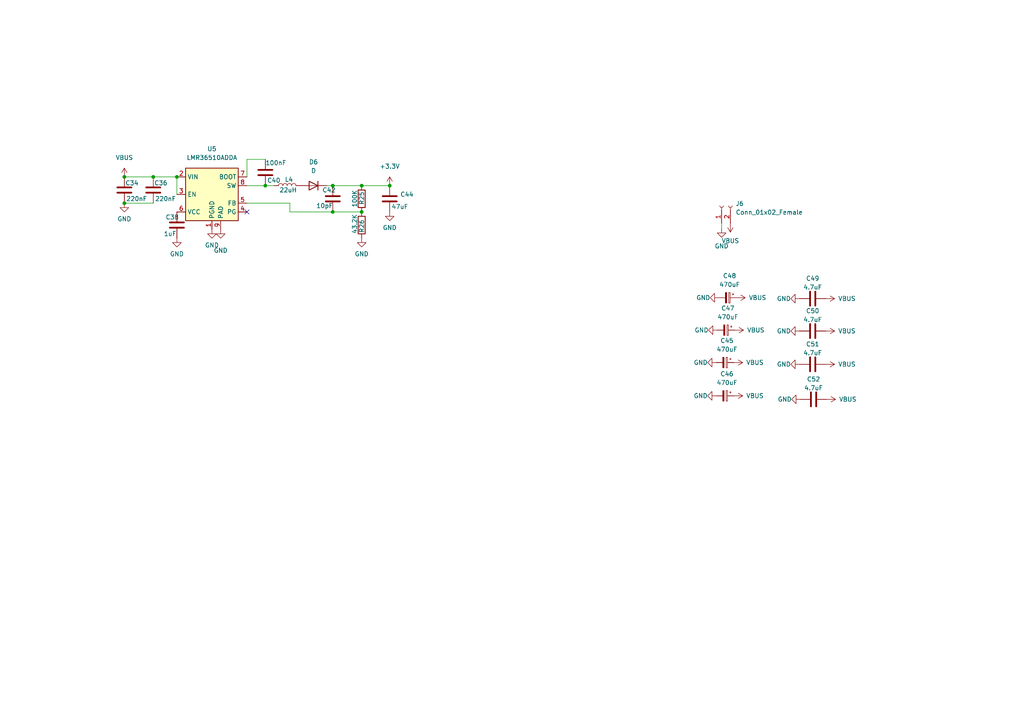
<source format=kicad_sch>
(kicad_sch (version 20211123) (generator eeschema)
  (paper "A4")
  (lib_symbols
    (symbol "Connector:Conn_01x02_Female" (pin_names (offset 1.016) hide)
      (property "Reference" "J" (at 0 2.54 0))
      (property "Value" "Conn_01x02_Female" (at 0 -5.08 0))
      (symbol "Conn_01x02_Female_1_1"
        (arc (start 0 -2.032) (mid -0.508 -2.54) (end 0 -3.048) (stroke (width 0.1524)))
        (polyline (pts (xy -1.27 -2.54) (xy -0.508 -2.54)) (stroke (width 0.1524)))
        (polyline (pts (xy -1.27 0) (xy -0.508 0)) (stroke (width 0.1524)))
        (arc (start 0 0.508) (mid -0.508 0) (end 0 -0.508) (stroke (width 0.1524)))
        (pin passive line (at -5.08 0 0) (length 3.81) (name "Pin_1") (number "1"))
        (pin passive line (at -5.08 -2.54 0) (length 3.81) (name "Pin_2") (number "2"))
      )
    )
    (symbol "Device:C" (pin_numbers hide) (pin_names (offset 0.254))
      (property "Reference" "C" (at 0.635 2.54 0))
      (property "Value" "C" (at 0.635 -2.54 0))
      (symbol "C_0_1"
        (polyline (pts (xy -2.032 -0.762) (xy 2.032 -0.762)) (stroke (width 0.508)))
        (polyline (pts (xy -2.032 0.762) (xy 2.032 0.762)) (stroke (width 0.508)))
      )
      (symbol "C_1_1"
        (pin passive line (at 0 3.81 270) (length 2.794) (name "~") (number "1"))
        (pin passive line (at 0 -3.81 90) (length 2.794) (name "~") (number "2"))
      )
    )
    (symbol "Device:C_Polarized_Small" (pin_numbers hide) (pin_names (offset 0.254) hide)
      (property "Reference" "C" (at 0.254 1.778 0))
      (property "Value" "C_Polarized_Small" (at 0.254 -2.032 0))
      (symbol "C_Polarized_Small_0_1"
        (rectangle (start -1.524 -0.3048) (end 1.524 -0.6858) (fill (type outline)))
        (rectangle (start -1.524 0.6858) (end 1.524 0.3048))
        (polyline (pts (xy -1.27 1.524) (xy -0.762 1.524)))
        (polyline (pts (xy -1.016 1.27) (xy -1.016 1.778)))
      )
      (symbol "C_Polarized_Small_1_1"
        (pin passive line (at 0 2.54 270) (length 1.8542) (name "~") (number "1"))
        (pin passive line (at 0 -2.54 90) (length 1.8542) (name "~") (number "2"))
      )
    )
    (symbol "Device:D" (pin_numbers hide) (pin_names (offset 1.016) hide)
      (property "Reference" "D" (at 0 2.54 0))
      (property "Value" "D" (at 0 -2.54 0))
      (symbol "D_0_1"
        (polyline (pts (xy -1.27 1.27) (xy -1.27 -1.27)) (stroke (width 0.254)))
        (polyline (pts (xy 1.27 0) (xy -1.27 0)))
        (polyline (pts (xy 1.27 1.27) (xy 1.27 -1.27) (xy -1.27 0) (xy 1.27 1.27)) (stroke (width 0.254)))
      )
      (symbol "D_1_1"
        (pin passive line (at -3.81 0 0) (length 2.54) (name "K") (number "1"))
        (pin passive line (at 3.81 0 180) (length 2.54) (name "A") (number "2"))
      )
    )
    (symbol "Device:L" (pin_numbers hide) (pin_names (offset 1.016) hide)
      (property "Reference" "L" (at -1.27 0 90))
      (property "Value" "L" (at 1.905 0 90))
      (symbol "L_0_1"
        (arc (start 0 -2.54) (mid 0.635 -1.905) (end 0 -1.27))
        (arc (start 0 -1.27) (mid 0.635 -0.635) (end 0 0))
        (arc (start 0 0) (mid 0.635 0.635) (end 0 1.27))
        (arc (start 0 1.27) (mid 0.635 1.905) (end 0 2.54))
      )
      (symbol "L_1_1"
        (pin passive line (at 0 3.81 270) (length 1.27) (name "1") (number "1"))
        (pin passive line (at 0 -3.81 90) (length 1.27) (name "2") (number "2"))
      )
    )
    (symbol "Device:R" (pin_numbers hide) (pin_names (offset 0))
      (property "Reference" "R" (at 2.032 0 90))
      (property "Value" "R" (at 0 0 90))
      (symbol "R_0_1"
        (rectangle (start -1.016 -2.54) (end 1.016 2.54) (stroke (width 0.254)))
      )
      (symbol "R_1_1"
        (pin passive line (at 0 3.81 270) (length 1.27) (name "~") (number "1"))
        (pin passive line (at 0 -3.81 90) (length 1.27) (name "~") (number "2"))
      )
    )
    (symbol "Regulator_Switching:LMR36510ADDA"
      (property "Reference" "U" (at 0 11.43 0))
      (property "Value" "LMR36510ADDA" (at 0 8.89 0))
      (symbol "LMR36510ADDA_0_1"
        (rectangle (start -7.62 7.62) (end 7.62 -7.62) (stroke (width 0.254)) (fill (type background)))
      )
      (symbol "LMR36510ADDA_1_1"
        (pin power_in line (at 0 -10.16 90) (length 2.54) (name "PGND") (number "1"))
        (pin power_in line (at -10.16 5.08 0) (length 2.54) (name "VIN") (number "2"))
        (pin input line (at -10.16 0 0) (length 2.54) (name "EN") (number "3"))
        (pin open_collector line (at 10.16 -5.08 180) (length 2.54) (name "PG") (number "4"))
        (pin input line (at 10.16 -2.54 180) (length 2.54) (name "FB") (number "5"))
        (pin power_out line (at -10.16 -5.08 0) (length 2.54) (name "VCC") (number "6"))
        (pin input line (at 10.16 5.08 180) (length 2.54) (name "BOOT") (number "7"))
        (pin output line (at 10.16 2.54 180) (length 2.54) (name "SW") (number "8"))
        (pin power_in line (at 2.54 -10.16 90) (length 2.54) (name "PAD") (number "9"))
      )
    )
    (symbol "power:+3.3V" (power) (pin_names (offset 0))
      (property "Value" "+3.3V" (at 0 3.556 0))
      (symbol "+3.3V_0_1"
        (polyline (pts (xy -0.762 1.27) (xy 0 2.54)))
        (polyline (pts (xy 0 0) (xy 0 2.54)))
        (polyline (pts (xy 0 2.54) (xy 0.762 1.27)))
      )
      (symbol "+3.3V_1_1"
        (pin power_in line (at 0 0 90) (length 0) hide (name "+3.3V") (number "1"))
      )
    )
    (symbol "power:GND" (power) (pin_names (offset 0))
      (property "Value" "GND" (at 0 -3.81 0))
      (symbol "GND_0_1"
        (polyline (pts (xy 0 0) (xy 0 -1.27) (xy 1.27 -1.27) (xy 0 -2.54) (xy -1.27 -1.27) (xy 0 -1.27)))
      )
      (symbol "GND_1_1"
        (pin power_in line (at 0 0 270) (length 0) hide (name "GND") (number "1"))
      )
    )
    (symbol "power:VBUS" (power) (pin_names (offset 0))
      (property "Value" "VBUS" (at 0 3.81 0))
      (symbol "VBUS_0_1"
        (polyline (pts (xy -0.762 1.27) (xy 0 2.54)))
        (polyline (pts (xy 0 0) (xy 0 2.54)))
        (polyline (pts (xy 0 2.54) (xy 0.762 1.27)))
      )
      (symbol "VBUS_1_1"
        (pin power_in line (at 0 0 90) (length 0) hide (name "VBUS") (number "1"))
      )
    )
  )
  (junction (at 113.03 53.848))
  (junction (at 76.962 53.848))
  (junction (at 104.902 61.468))
  (junction (at 96.52 61.468))
  (junction (at 104.902 53.848))
  (junction (at 36.068 51.308))
  (junction (at 96.52 53.848))
  (junction (at 44.45 51.308))
  (junction (at 36.068 58.928))
  (junction (at 51.308 51.308))
  (no_connect (at 71.628 61.468))
  (wire (pts (xy 84.074 58.928) (xy 84.074 61.468)))
  (wire (pts (xy 96.52 61.468) (xy 104.902 61.468)))
  (wire (pts (xy 71.628 53.848) (xy 76.962 53.848)))
  (wire (pts (xy 209.296 64.77) (xy 209.296 66.294)))
  (wire (pts (xy 36.068 58.928) (xy 44.45 58.928)))
  (wire (pts (xy 51.308 51.308) (xy 51.308 56.388)))
  (wire (pts (xy 71.628 46.228) (xy 76.962 46.228)))
  (wire (pts (xy 104.902 53.848) (xy 113.03 53.848)))
  (wire (pts (xy 96.52 53.848) (xy 104.902 53.848)))
  (wire (pts (xy 36.068 51.308) (xy 44.45 51.308)))
  (wire (pts (xy 84.074 61.468) (xy 96.52 61.468)))
  (wire (pts (xy 51.308 51.308) (xy 44.45 51.308)))
  (wire (pts (xy 94.742 53.848) (xy 96.52 53.848)))
  (wire (pts (xy 71.628 51.308) (xy 71.628 46.228)))
  (wire (pts (xy 76.962 53.848) (xy 79.502 53.848)))
  (wire (pts (xy 71.628 58.928) (xy 84.074 58.928)))
  (symbol (lib_id "Device:C_Polarized_Small") (at 211.074 86.36 270) (unit 1)
    (property "Reference" "C48" (at 211.6201 80.01 90))
    (property "Value" "470uF" (at 211.6201 82.55 90))
    (property "Footprint" "Capacitor_SMD:CP_Elec_10x10" (effects hide))
  )
  (symbol (lib_id "power:GND") (at 232.156 115.824 270) (unit 1)
    (property "Reference" "#PWR0117" (effects hide))
    (property "Value" "GND" (at 225.552 115.824 90) (effects (justify left)))
  )
  (symbol (lib_id "Device:C") (at 235.966 115.824 90) (unit 1)
    (property "Reference" "C52" (at 235.966 109.982 90))
    (property "Value" "4.7uF" (at 235.966 112.522 90))
    (property "Footprint" "Capacitor_SMD:C_1206_3216Metric" (effects hide))
  )
  (symbol (lib_id "Device:L") (at 83.312 53.848 90) (unit 1)
    (property "Reference" "L4" (at 83.82 52.07 90))
    (property "Value" "22uH" (at 83.566 55.118 90))
    (property "Footprint" "Inductor_SMD:L_Bourns-SRN4018" (effects hide))
  )
  (symbol (lib_id "Device:R") (at 104.902 57.658 0) (unit 1)
    (property "Reference" "R25" (at 104.902 59.436 90) (effects (justify left)))
    (property "Value" "100K" (at 102.87 60.198 90) (effects (justify left)))
    (property "Footprint" "Resistor_SMD:R_0402_1005Metric" (effects hide))
  )
  (symbol (lib_id "Device:C_Polarized_Small") (at 210.312 105.156 270) (unit 1)
    (property "Reference" "C45" (at 210.8581 98.806 90))
    (property "Value" "470uF" (at 210.8581 101.346 90))
    (property "Footprint" "Capacitor_SMD:CP_Elec_10x10" (effects hide))
  )
  (symbol (lib_id "power:GND") (at 104.902 69.088 0) (unit 1)
    (property "Reference" "#PWR083" (effects hide))
    (property "Value" "GND" (at 104.902 73.66 0))
  )
  (symbol (lib_id "power:GND") (at 51.308 69.088 0) (unit 1)
    (property "Reference" "#PWR077" (effects hide))
    (property "Value" "GND" (at 51.308 73.66 0))
  )
  (symbol (lib_id "power:GND") (at 209.296 66.294 0) (unit 1)
    (property "Reference" "#PWR0102" (effects hide))
    (property "Value" "GND" (at 209.296 71.374 0))
  )
  (symbol (lib_id "power:GND") (at 231.902 96.012 270) (unit 1)
    (property "Reference" "#PWR0112" (effects hide))
    (property "Value" "GND" (at 225.298 96.012 90) (effects (justify left)))
  )
  (symbol (lib_id "Device:C") (at 36.068 55.118 0) (unit 1)
    (property "Reference" "C34" (at 36.322 53.086 0) (effects (justify left)))
    (property "Value" "220nF" (at 36.576 57.658 0) (effects (justify left)))
    (property "Footprint" "Capacitor_SMD:C_0402_1005Metric" (effects hide))
  )
  (symbol (lib_id "Device:C") (at 235.712 96.012 90) (unit 1)
    (property "Reference" "C50" (at 235.712 90.17 90))
    (property "Value" "4.7uF" (at 235.712 92.71 90))
    (property "Footprint" "Capacitor_SMD:C_1206_3216Metric" (effects hide))
  )
  (symbol (lib_id "power:GND") (at 208.026 95.758 270) (unit 1)
    (property "Reference" "#PWR0104" (effects hide))
    (property "Value" "GND" (at 201.422 95.758 90) (effects (justify left)))
  )
  (symbol (lib_id "power:VBUS") (at 213.614 86.36 270) (unit 1)
    (property "Reference" "#PWR0111" (effects hide))
    (property "Value" "VBUS" (at 217.17 86.3599 90) (effects (justify left)))
  )
  (symbol (lib_id "power:GND") (at 113.03 61.468 0) (unit 1)
    (property "Reference" "#PWR087" (effects hide))
    (property "Value" "GND" (at 113.03 66.04 0))
  )
  (symbol (lib_id "power:GND") (at 64.008 66.548 0) (unit 1)
    (property "Reference" "#PWR081" (effects hide))
    (property "Value" "GND" (at 64.008 72.644 0))
  )
  (symbol (lib_id "Device:C") (at 96.52 57.658 0) (unit 1)
    (property "Reference" "C42" (at 93.472 55.118 0) (effects (justify left)))
    (property "Value" "10pF" (at 91.694 59.69 0) (effects (justify left)))
    (property "Footprint" "Capacitor_SMD:C_0402_1005Metric" (effects hide))
  )
  (symbol (lib_id "power:VBUS") (at 213.106 95.758 270) (unit 1)
    (property "Reference" "#PWR0106" (effects hide))
    (property "Value" "VBUS" (at 216.662 95.7579 90) (effects (justify left)))
  )
  (symbol (lib_id "Device:D") (at 90.932 53.848 180) (unit 1)
    (property "Reference" "D6" (at 90.932 46.99 0))
    (property "Value" "D" (at 90.932 49.53 0))
    (property "Footprint" "Diode_SMD:D_0805_2012Metric" (effects hide))
  )
  (symbol (lib_id "power:GND") (at 207.772 114.808 270) (unit 1)
    (property "Reference" "#PWR0108" (effects hide))
    (property "Value" "GND" (at 201.168 114.808 90) (effects (justify left)))
  )
  (symbol (lib_id "Device:C") (at 44.45 55.118 0) (unit 1)
    (property "Reference" "C36" (at 44.704 53.086 0) (effects (justify left)))
    (property "Value" "220nF" (at 44.958 57.658 0) (effects (justify left)))
    (property "Footprint" "Capacitor_SMD:C_0402_1005Metric" (effects hide))
  )
  (symbol (lib_id "power:GND") (at 208.534 86.36 270) (unit 1)
    (property "Reference" "#PWR0110" (effects hide))
    (property "Value" "GND" (at 201.93 86.36 90) (effects (justify left)))
  )
  (symbol (lib_id "power:GND") (at 207.772 105.156 270) (unit 1)
    (property "Reference" "#PWR0105" (effects hide))
    (property "Value" "GND" (at 201.168 105.156 90) (effects (justify left)))
  )
  (symbol (lib_id "Device:R") (at 104.902 65.278 0) (unit 1)
    (property "Reference" "R26" (at 104.902 67.564 90) (effects (justify left)))
    (property "Value" "43.2K" (at 102.87 67.818 90) (effects (justify left)))
    (property "Footprint" "Resistor_SMD:R_0402_1005Metric" (effects hide))
  )
  (symbol (lib_id "power:GND") (at 231.902 86.614 270) (unit 1)
    (property "Reference" "#PWR0118" (effects hide))
    (property "Value" "GND" (at 225.298 86.614 90) (effects (justify left)))
  )
  (symbol (lib_id "Device:C") (at 51.308 65.278 0) (unit 1)
    (property "Reference" "C38" (at 48.006 62.992 0) (effects (justify left)))
    (property "Value" "1uF" (at 47.498 67.818 0) (effects (justify left)))
    (property "Footprint" "Capacitor_SMD:C_0402_1005Metric" (effects hide))
  )
  (symbol (lib_id "power:GND") (at 231.902 105.664 270) (unit 1)
    (property "Reference" "#PWR0113" (effects hide))
    (property "Value" "GND" (at 225.298 105.664 90) (effects (justify left)))
  )
  (symbol (lib_id "Device:C_Polarized_Small") (at 210.312 114.808 270) (unit 1)
    (property "Reference" "C46" (at 210.8581 108.458 90))
    (property "Value" "470uF" (at 210.8581 110.998 90))
    (property "Footprint" "Capacitor_SMD:CP_Elec_10x10" (effects hide))
  )
  (symbol (lib_id "power:GND") (at 61.468 66.548 0) (unit 1)
    (property "Reference" "#PWR079" (effects hide))
    (property "Value" "GND" (at 61.468 71.12 0))
  )
  (symbol (lib_id "power:VBUS") (at 212.852 114.808 270) (unit 1)
    (property "Reference" "#PWR0109" (effects hide))
    (property "Value" "VBUS" (at 216.408 114.8079 90) (effects (justify left)))
  )
  (symbol (lib_id "power:VBUS") (at 36.068 51.308 0) (unit 1)
    (property "Reference" "#PWR074" (effects hide))
    (property "Value" "VBUS" (at 36.068 45.72 0))
  )
  (symbol (lib_id "Device:C_Polarized_Small") (at 210.566 95.758 270) (unit 1)
    (property "Reference" "C47" (at 211.1121 89.408 90))
    (property "Value" "470uF" (at 211.1121 91.948 90))
    (property "Footprint" "Capacitor_SMD:CP_Elec_10x10" (effects hide))
  )
  (symbol (lib_id "power:VBUS") (at 239.776 115.824 270) (unit 1)
    (property "Reference" "#PWR0116" (effects hide))
    (property "Value" "VBUS" (at 243.332 115.8239 90) (effects (justify left)))
  )
  (symbol (lib_id "power:VBUS") (at 211.836 64.77 180) (unit 1)
    (property "Reference" "#PWR0101" (effects hide))
    (property "Value" "VBUS" (at 211.836 69.85 0))
  )
  (symbol (lib_id "Device:C") (at 113.03 57.658 0) (unit 1)
    (property "Reference" "C44" (at 116.078 56.3879 0) (effects (justify left)))
    (property "Value" "47uF" (at 113.538 59.944 0) (effects (justify left)))
    (property "Footprint" "Capacitor_SMD:C_1206_3216Metric" (effects hide))
  )
  (symbol (lib_id "Connector:Conn_01x02_Female") (at 209.296 59.69 90) (unit 1)
    (property "Reference" "J6" (at 213.36 59.0549 90) (effects (justify right)))
    (property "Value" "Conn_01x02_Female" (at 213.36 61.5949 90) (effects (justify right)))
    (property "Footprint" "Connector_AMASS:AMASS_XT30U-F_1x02_P5.0mm_Vertical" (effects hide))
  )
  (symbol (lib_id "power:VBUS") (at 239.522 86.614 270) (unit 1)
    (property "Reference" "#PWR0119" (effects hide))
    (property "Value" "VBUS" (at 243.078 86.6139 90) (effects (justify left)))
  )
  (symbol (lib_id "power:VBUS") (at 239.522 96.012 270) (unit 1)
    (property "Reference" "#PWR0114" (effects hide))
    (property "Value" "VBUS" (at 243.078 96.0119 90) (effects (justify left)))
  )
  (symbol (lib_id "power:VBUS") (at 239.522 105.664 270) (unit 1)
    (property "Reference" "#PWR0115" (effects hide))
    (property "Value" "VBUS" (at 243.078 105.6639 90) (effects (justify left)))
  )
  (symbol (lib_id "Device:C") (at 235.712 86.614 90) (unit 1)
    (property "Reference" "C49" (at 235.712 80.772 90))
    (property "Value" "4.7uF" (at 235.712 83.312 90))
    (property "Footprint" "Capacitor_SMD:C_1206_3216Metric" (effects hide))
  )
  (symbol (lib_id "Device:C") (at 76.962 50.038 0) (unit 1)
    (property "Reference" "C40" (at 77.47 52.324 0) (effects (justify left)))
    (property "Value" "100nF" (at 76.962 47.244 0) (effects (justify left)))
    (property "Footprint" "Capacitor_SMD:C_0402_1005Metric" (effects hide))
  )
  (symbol (lib_id "power:+3.3V") (at 113.03 53.848 0) (unit 1)
    (property "Reference" "#PWR086" (effects hide))
    (property "Value" "+3.3V" (at 113.03 48.26 0))
  )
  (symbol (lib_id "power:GND") (at 36.068 58.928 0) (unit 1)
    (property "Reference" "#PWR075" (effects hide))
    (property "Value" "GND" (at 36.068 63.5 0))
  )
  (symbol (lib_id "Regulator_Switching:LMR36510ADDA") (at 61.468 56.388 0) (unit 1)
    (property "Reference" "U5" (at 61.468 43.18 0))
    (property "Value" "LMR36510ADDA" (at 61.468 45.72 0))
    (property "Footprint" "Package_SO:Texas_HTSOP-8-1EP_3.9x4.9mm_P1.27mm_EP2.95x4.9mm_Mask2.4x3.1mm_ThermalVias" (effects hide))
    (property "Datasheet" "http://www.ti.com/lit/ds/symlink/lmr36510.pdf" (effects hide))
  )
  (symbol (lib_id "Device:C") (at 235.712 105.664 90) (unit 1)
    (property "Reference" "C51" (at 235.712 99.822 90))
    (property "Value" "4.7uF" (at 235.712 102.362 90))
    (property "Footprint" "Capacitor_SMD:C_1206_3216Metric" (effects hide))
  )
  (symbol (lib_id "power:VBUS") (at 212.852 105.156 270) (unit 1)
    (property "Reference" "#PWR0107" (effects hide))
    (property "Value" "VBUS" (at 216.408 105.1559 90) (effects (justify left)))
  )
)
</source>
